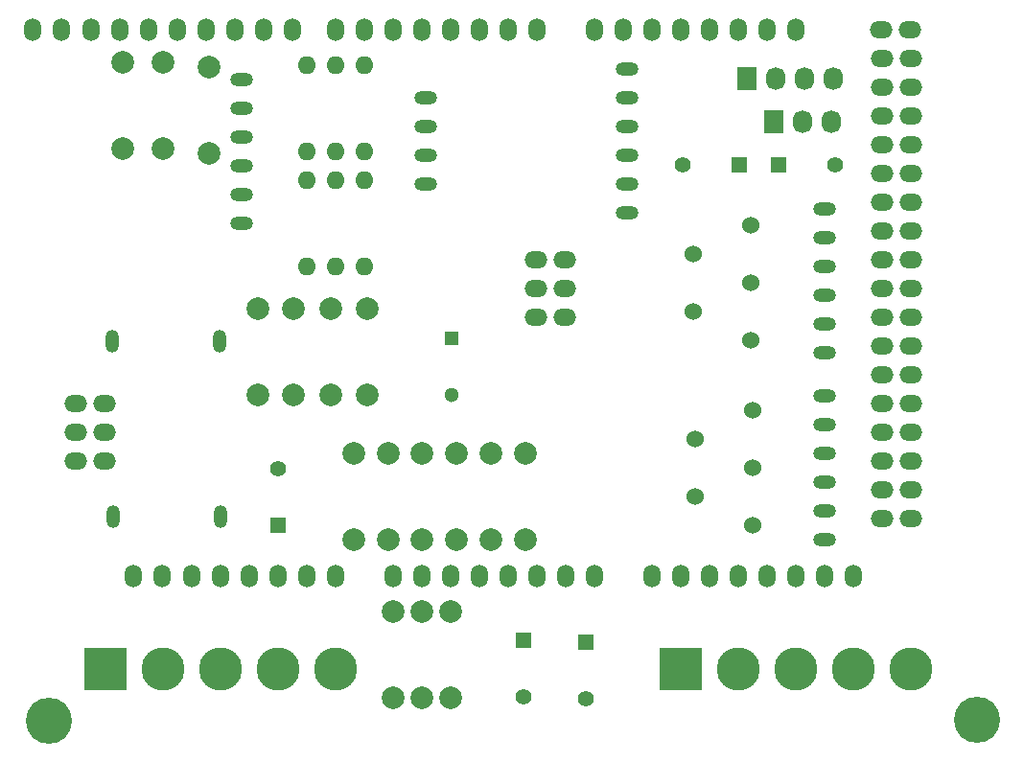
<source format=gts>
G04 #@! TF.FileFunction,Soldermask,Top*
%FSLAX46Y46*%
G04 Gerber Fmt 4.6, Leading zero omitted, Abs format (unit mm)*
G04 Created by KiCad (PCBNEW 4.0.6) date Thursday, 23 November 2017 'AMt' 10:57:14*
%MOMM*%
%LPD*%
G01*
G04 APERTURE LIST*
%ADD10C,0.100000*%
%ADD11R,1.300000X1.300000*%
%ADD12C,1.300000*%
%ADD13R,1.400000X1.400000*%
%ADD14C,1.400000*%
%ADD15O,1.600000X1.600000*%
%ADD16C,3.810000*%
%ADD17R,3.810000X3.810000*%
%ADD18C,1.524000*%
%ADD19C,1.998980*%
%ADD20O,2.000000X1.200000*%
%ADD21C,4.064000*%
%ADD22O,1.200000X2.000000*%
%ADD23O,2.000000X1.500000*%
%ADD24O,1.500000X2.000000*%
%ADD25O,2.000000X1.524000*%
%ADD26O,1.524000X2.000000*%
%ADD27R,1.727200X2.032000*%
%ADD28O,1.727200X2.032000*%
G04 APERTURE END LIST*
D10*
D11*
X129667000Y-77470000D03*
D12*
X129667000Y-82470000D03*
D13*
X114300000Y-93980000D03*
D14*
X114300000Y-88980000D03*
D13*
X158496000Y-62103000D03*
D14*
X163496000Y-62103000D03*
D13*
X155067000Y-62103000D03*
D14*
X150067000Y-62103000D03*
D15*
X116840000Y-71120000D03*
X119380000Y-71120000D03*
X121920000Y-71120000D03*
X121920000Y-63500000D03*
X119380000Y-63500000D03*
X116840000Y-63500000D03*
X116840000Y-60960000D03*
X119380000Y-60960000D03*
X121920000Y-60960000D03*
X121920000Y-53340000D03*
X119380000Y-53340000D03*
X116840000Y-53340000D03*
D16*
X154940000Y-106680000D03*
X160020000Y-106680000D03*
D17*
X149860000Y-106680000D03*
D16*
X165100000Y-106680000D03*
X170180000Y-106680000D03*
X104140000Y-106680000D03*
X109220000Y-106680000D03*
D17*
X99060000Y-106680000D03*
D16*
X114300000Y-106680000D03*
X119380000Y-106680000D03*
D18*
X156210000Y-93980000D03*
X151130000Y-91440000D03*
X156210000Y-88900000D03*
X151130000Y-86360000D03*
X156210000Y-83820000D03*
X156083000Y-77597000D03*
X151003000Y-75057000D03*
X156083000Y-72517000D03*
X151003000Y-69977000D03*
X156083000Y-67437000D03*
D19*
X129540000Y-101600000D03*
X129540000Y-109220000D03*
X133096000Y-87630000D03*
X133096000Y-95250000D03*
X127000000Y-101600000D03*
X127000000Y-109220000D03*
X127000000Y-87630000D03*
X127000000Y-95250000D03*
X124460000Y-101600000D03*
X124460000Y-109220000D03*
X124079000Y-87630000D03*
X124079000Y-95250000D03*
X118999000Y-74803000D03*
X118999000Y-82423000D03*
X115697000Y-74803000D03*
X115697000Y-82423000D03*
X104140000Y-60706000D03*
X104140000Y-53086000D03*
X108204000Y-61087000D03*
X108204000Y-53467000D03*
D20*
X111090000Y-54600000D03*
X111090000Y-57140000D03*
X111090000Y-59680000D03*
X111090000Y-62220000D03*
X111090000Y-64760000D03*
X111090000Y-67300000D03*
X162560000Y-95250000D03*
X162560000Y-92710000D03*
X162560000Y-90170000D03*
X162560000Y-87630000D03*
X162560000Y-85090000D03*
X162560000Y-82550000D03*
X162560000Y-78740000D03*
X162560000Y-76200000D03*
X162560000Y-73660000D03*
X162560000Y-71120000D03*
X162560000Y-68580000D03*
X162560000Y-66040000D03*
D19*
X136144000Y-87630000D03*
X136144000Y-95250000D03*
X130048000Y-87630000D03*
X130048000Y-95250000D03*
X121031000Y-87630000D03*
X121031000Y-95250000D03*
D13*
X141478000Y-104267000D03*
D14*
X141478000Y-109267000D03*
D13*
X136017000Y-104140000D03*
D14*
X136017000Y-109140000D03*
D19*
X122174000Y-74803000D03*
X122174000Y-82423000D03*
X112522000Y-74803000D03*
X112522000Y-82423000D03*
D21*
X94107000Y-111252000D03*
X176022000Y-111125000D03*
D22*
X99695000Y-77718000D03*
X109195000Y-77718000D03*
X99740000Y-93238000D03*
X109265000Y-93238000D03*
D20*
X145126000Y-53711000D03*
X127346000Y-56251000D03*
X127346000Y-58791000D03*
X127346000Y-61331000D03*
X127346000Y-63871000D03*
X145126000Y-56251000D03*
X145126000Y-58791000D03*
X145126000Y-61331000D03*
X145126000Y-63871000D03*
X145126000Y-66411000D03*
D23*
X170180000Y-93345000D03*
X170180000Y-90805000D03*
X170180000Y-88265000D03*
X170180000Y-85725000D03*
X170180000Y-83185000D03*
X170180000Y-80645000D03*
X170180000Y-78105000D03*
X170180000Y-57785000D03*
X170180000Y-60325000D03*
X170180000Y-62865000D03*
X170180000Y-65405000D03*
X170180000Y-67945000D03*
X170180000Y-70485000D03*
X170180000Y-73025000D03*
X170180000Y-75565000D03*
X170180000Y-55245000D03*
X170180000Y-52705000D03*
X167640000Y-52705000D03*
X167640000Y-55245000D03*
X167640000Y-75565000D03*
X167640000Y-73025000D03*
X167640000Y-70485000D03*
X167640000Y-67945000D03*
X167640000Y-65405000D03*
X167640000Y-62865000D03*
X167640000Y-60325000D03*
X167640000Y-57785000D03*
X167640000Y-78105000D03*
X167640000Y-80645000D03*
X167640000Y-83185000D03*
X167640000Y-85725000D03*
X167640000Y-88265000D03*
X167640000Y-90805000D03*
X167640000Y-93345000D03*
D24*
X97790000Y-50165000D03*
X100330000Y-50165000D03*
X102870000Y-50165000D03*
X106680000Y-98425000D03*
X105410000Y-50165000D03*
X109220000Y-98425000D03*
X107950000Y-50165000D03*
X111760000Y-98425000D03*
X110490000Y-50165000D03*
X114300000Y-98425000D03*
X113030000Y-50165000D03*
X116840000Y-98425000D03*
X115570000Y-50165000D03*
X119380000Y-98425000D03*
X119380000Y-50165000D03*
X124460000Y-98425000D03*
X121920000Y-50165000D03*
X127000000Y-98425000D03*
X124460000Y-50165000D03*
X129540000Y-98425000D03*
X127000000Y-50165000D03*
X132080000Y-98425000D03*
X129540000Y-50165000D03*
X134620000Y-98425000D03*
X132080000Y-50165000D03*
X137160000Y-98425000D03*
X134620000Y-50165000D03*
X139700000Y-98425000D03*
X137160000Y-50165000D03*
X142240000Y-98425000D03*
X142240000Y-50165000D03*
X147320000Y-98425000D03*
X144780000Y-50165000D03*
X149860000Y-98425000D03*
X147320000Y-50165000D03*
X152400000Y-98425000D03*
X149860000Y-50165000D03*
X154940000Y-98425000D03*
X152400000Y-50165000D03*
X157480000Y-98425000D03*
X154940000Y-50165000D03*
X160020000Y-98425000D03*
X157480000Y-50165000D03*
X162560000Y-98425000D03*
X160020000Y-50165000D03*
X165100000Y-98425000D03*
D25*
X139690000Y-70520000D03*
X137150000Y-70520000D03*
X137150000Y-73060000D03*
X139690000Y-73060000D03*
X137150000Y-75600000D03*
X139690000Y-75600000D03*
X99050000Y-88300000D03*
X96510000Y-88300000D03*
X96510000Y-85760000D03*
X99050000Y-85760000D03*
X99050000Y-83220000D03*
X96510000Y-83220000D03*
D26*
X95240000Y-50200000D03*
X92700000Y-50200000D03*
D25*
X167630000Y-50200000D03*
X170170000Y-50200000D03*
D24*
X104130000Y-98460000D03*
X101590000Y-98460000D03*
D27*
X158115000Y-58293000D03*
D28*
X160655000Y-58293000D03*
X163195000Y-58293000D03*
D27*
X155702000Y-54483000D03*
D28*
X158242000Y-54483000D03*
X160782000Y-54483000D03*
X163322000Y-54483000D03*
D19*
X100584000Y-53086000D03*
X100584000Y-60706000D03*
M02*

</source>
